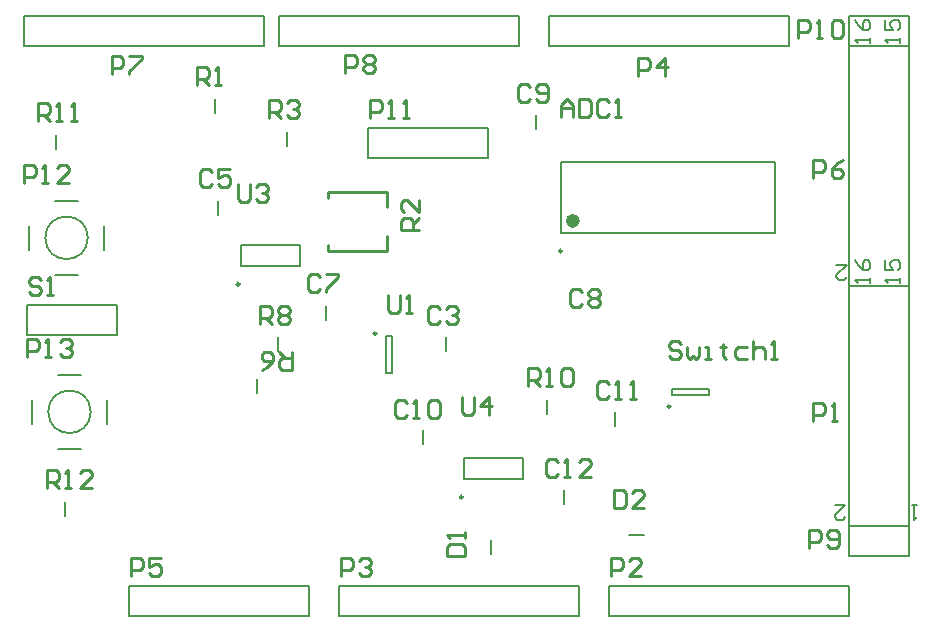
<source format=gto>
%FSLAX42Y42*%
%MOMM*%
G71*
G01*
G75*
%ADD10R,1.20X1.40*%
%ADD11O,0.60X2.20*%
%ADD12R,1.40X1.20*%
%ADD13R,1.10X0.65*%
%ADD14R,1.40X1.10*%
%ADD15O,0.60X2.30*%
%ADD16R,2.00X1.30*%
%ADD17R,2.00X2.00*%
%ADD18R,0.65X1.10*%
%ADD19C,0.25*%
%ADD20R,1.50X1.50*%
%ADD21C,1.50*%
%ADD22C,2.50*%
%ADD23R,1.50X1.50*%
%ADD24C,1.27*%
%ADD25C,0.25*%
%ADD26C,0.60*%
%ADD27C,0.20*%
%ADD28C,0.20*%
D19*
X4855Y3217D02*
X5355D01*
X4855Y3717D02*
X5355D01*
X4855Y3217D02*
Y3267D01*
Y3667D02*
Y3717D01*
X5355Y3217D02*
Y3342D01*
Y3592D02*
Y3717D01*
X6552Y2069D02*
Y2221D01*
X6628D01*
X6653Y2196D01*
Y2145D01*
X6628Y2120D01*
X6552D01*
X6603D02*
X6653Y2069D01*
X6704D02*
X6755D01*
X6730D01*
Y2221D01*
X6704Y2196D01*
X6831D02*
X6857Y2221D01*
X6907D01*
X6933Y2196D01*
Y2094D01*
X6907Y2069D01*
X6857D01*
X6831Y2094D01*
Y2196D01*
X5987Y1981D02*
Y1854D01*
X6012Y1829D01*
X6063D01*
X6088Y1854D01*
Y1981D01*
X6215Y1829D02*
Y1981D01*
X6139Y1905D01*
X6241D01*
X5524Y1930D02*
X5499Y1956D01*
X5448D01*
X5423Y1930D01*
Y1829D01*
X5448Y1803D01*
X5499D01*
X5524Y1829D01*
X5575Y1803D02*
X5626D01*
X5601D01*
Y1956D01*
X5575Y1930D01*
X5702D02*
X5728Y1956D01*
X5778D01*
X5804Y1930D01*
Y1829D01*
X5778Y1803D01*
X5728D01*
X5702Y1829D01*
Y1930D01*
X2475Y1205D02*
Y1358D01*
X2551D01*
X2577Y1332D01*
Y1281D01*
X2551Y1256D01*
X2475D01*
X2526D02*
X2577Y1205D01*
X2628D02*
X2678D01*
X2653D01*
Y1358D01*
X2628Y1332D01*
X2856Y1205D02*
X2755D01*
X2856Y1307D01*
Y1332D01*
X2831Y1358D01*
X2780D01*
X2755Y1332D01*
X2399Y4317D02*
Y4469D01*
X2475D01*
X2501Y4444D01*
Y4393D01*
X2475Y4368D01*
X2399D01*
X2450D02*
X2501Y4317D01*
X2551D02*
X2602D01*
X2577D01*
Y4469D01*
X2551Y4444D01*
X2678Y4317D02*
X2729D01*
X2704D01*
Y4469D01*
X2678Y4444D01*
X7277Y1194D02*
Y1041D01*
X7353D01*
X7379Y1067D01*
Y1168D01*
X7353Y1194D01*
X7277D01*
X7531Y1041D02*
X7429D01*
X7531Y1143D01*
Y1168D01*
X7506Y1194D01*
X7455D01*
X7429Y1168D01*
X5867Y635D02*
X6020D01*
Y711D01*
X5994Y737D01*
X5893D01*
X5867Y711D01*
Y635D01*
X6020Y787D02*
Y838D01*
Y813D01*
X5867D01*
X5893Y787D01*
X4094Y3785D02*
Y3658D01*
X4120Y3632D01*
X4171D01*
X4196Y3658D01*
Y3785D01*
X4247Y3759D02*
X4272Y3785D01*
X4323D01*
X4348Y3759D01*
Y3734D01*
X4323Y3708D01*
X4298D01*
X4323D01*
X4348Y3683D01*
Y3658D01*
X4323Y3632D01*
X4272D01*
X4247Y3658D01*
X4785Y2995D02*
X4760Y3020D01*
X4709D01*
X4684Y2995D01*
Y2893D01*
X4709Y2868D01*
X4760D01*
X4785Y2893D01*
X4836Y3020D02*
X4938D01*
Y2995D01*
X4836Y2893D01*
Y2868D01*
X2281Y3790D02*
Y3942D01*
X2357D01*
X2382Y3917D01*
Y3866D01*
X2357Y3840D01*
X2281D01*
X2433Y3790D02*
X2484D01*
X2459D01*
Y3942D01*
X2433Y3917D01*
X2662Y3790D02*
X2560D01*
X2662Y3891D01*
Y3917D01*
X2636Y3942D01*
X2586D01*
X2560Y3917D01*
X5362Y2845D02*
Y2718D01*
X5387Y2692D01*
X5438D01*
X5463Y2718D01*
Y2845D01*
X5514Y2692D02*
X5565D01*
X5539D01*
Y2845D01*
X5514Y2819D01*
X5626Y3391D02*
X5474D01*
Y3467D01*
X5499Y3492D01*
X5550D01*
X5575Y3467D01*
Y3391D01*
Y3442D02*
X5626Y3492D01*
Y3645D02*
Y3543D01*
X5525Y3645D01*
X5499D01*
X5474Y3619D01*
Y3569D01*
X5499Y3543D01*
X4354Y4341D02*
Y4493D01*
X4430D01*
X4455Y4468D01*
Y4417D01*
X4430Y4392D01*
X4354D01*
X4404D02*
X4455Y4341D01*
X4506Y4468D02*
X4531Y4493D01*
X4582D01*
X4607Y4468D01*
Y4442D01*
X4582Y4417D01*
X4557D01*
X4582D01*
X4607Y4392D01*
Y4366D01*
X4582Y4341D01*
X4531D01*
X4506Y4366D01*
X3744Y4620D02*
Y4773D01*
X3820D01*
X3846Y4747D01*
Y4696D01*
X3820Y4671D01*
X3744D01*
X3795D02*
X3846Y4620D01*
X3896D02*
X3947D01*
X3922D01*
Y4773D01*
X3896Y4747D01*
X4547Y2362D02*
Y2210D01*
X4470D01*
X4445Y2235D01*
Y2286D01*
X4470Y2311D01*
X4547D01*
X4496D02*
X4445Y2362D01*
X4293Y2210D02*
X4343Y2235D01*
X4394Y2286D01*
Y2337D01*
X4369Y2362D01*
X4318D01*
X4293Y2337D01*
Y2311D01*
X4318Y2286D01*
X4394D01*
X6825Y4346D02*
Y4448D01*
X6876Y4498D01*
X6927Y4448D01*
Y4346D01*
Y4422D01*
X6825D01*
X6977Y4498D02*
Y4346D01*
X7054D01*
X7079Y4371D01*
Y4473D01*
X7054Y4498D01*
X6977D01*
X7231Y4473D02*
X7206Y4498D01*
X7155D01*
X7130Y4473D01*
Y4371D01*
X7155Y4346D01*
X7206D01*
X7231Y4371D01*
X7282Y4346D02*
X7333D01*
X7307D01*
Y4498D01*
X7282Y4473D01*
X5801Y2728D02*
X5776Y2753D01*
X5725D01*
X5700Y2728D01*
Y2626D01*
X5725Y2601D01*
X5776D01*
X5801Y2626D01*
X5852Y2728D02*
X5878Y2753D01*
X5928D01*
X5954Y2728D01*
Y2703D01*
X5928Y2677D01*
X5903D01*
X5928D01*
X5954Y2652D01*
Y2626D01*
X5928Y2601D01*
X5878D01*
X5852Y2626D01*
X3871Y3884D02*
X3846Y3909D01*
X3795D01*
X3769Y3884D01*
Y3782D01*
X3795Y3757D01*
X3846D01*
X3871Y3782D01*
X4023Y3909D02*
X3922D01*
Y3833D01*
X3972Y3858D01*
X3998D01*
X4023Y3833D01*
Y3782D01*
X3998Y3757D01*
X3947D01*
X3922Y3782D01*
X7010Y2870D02*
X6985Y2896D01*
X6934D01*
X6909Y2870D01*
Y2769D01*
X6934Y2743D01*
X6985D01*
X7010Y2769D01*
X7061Y2870D02*
X7087Y2896D01*
X7137D01*
X7163Y2870D01*
Y2845D01*
X7137Y2819D01*
X7163Y2794D01*
Y2769D01*
X7137Y2743D01*
X7087D01*
X7061Y2769D01*
Y2794D01*
X7087Y2819D01*
X7061Y2845D01*
Y2870D01*
X7087Y2819D02*
X7137D01*
X6563Y4608D02*
X6538Y4633D01*
X6487D01*
X6462Y4608D01*
Y4506D01*
X6487Y4481D01*
X6538D01*
X6563Y4506D01*
X6614D02*
X6640Y4481D01*
X6690D01*
X6716Y4506D01*
Y4608D01*
X6690Y4633D01*
X6640D01*
X6614Y4608D01*
Y4582D01*
X6640Y4557D01*
X6716D01*
X5210Y4341D02*
Y4493D01*
X5286D01*
X5311Y4468D01*
Y4417D01*
X5286Y4392D01*
X5210D01*
X5362Y4341D02*
X5413D01*
X5387D01*
Y4493D01*
X5362Y4468D01*
X5489Y4341D02*
X5540D01*
X5514D01*
Y4493D01*
X5489Y4468D01*
X7843Y2428D02*
X7818Y2454D01*
X7767D01*
X7742Y2428D01*
Y2403D01*
X7767Y2377D01*
X7818D01*
X7843Y2352D01*
Y2327D01*
X7818Y2301D01*
X7767D01*
X7742Y2327D01*
X7894Y2403D02*
Y2327D01*
X7920Y2301D01*
X7945Y2327D01*
X7970Y2301D01*
X7996Y2327D01*
Y2403D01*
X8047Y2301D02*
X8097D01*
X8072D01*
Y2403D01*
X8047D01*
X8199Y2428D02*
Y2403D01*
X8174D01*
X8224D01*
X8199D01*
Y2327D01*
X8224Y2301D01*
X8402Y2403D02*
X8326D01*
X8301Y2377D01*
Y2327D01*
X8326Y2301D01*
X8402D01*
X8453Y2454D02*
Y2301D01*
Y2377D01*
X8478Y2403D01*
X8529D01*
X8554Y2377D01*
Y2301D01*
X8605D02*
X8656D01*
X8631D01*
Y2454D01*
X8605Y2428D01*
X7254Y467D02*
Y620D01*
X7330D01*
X7356Y594D01*
Y544D01*
X7330Y518D01*
X7254D01*
X7508Y467D02*
X7407D01*
X7508Y569D01*
Y594D01*
X7483Y620D01*
X7432D01*
X7407Y594D01*
X4968Y467D02*
Y620D01*
X5044D01*
X5070Y594D01*
Y544D01*
X5044Y518D01*
X4968D01*
X5121Y594D02*
X5146Y620D01*
X5197D01*
X5222Y594D01*
Y569D01*
X5197Y544D01*
X5171D01*
X5197D01*
X5222Y518D01*
Y493D01*
X5197Y467D01*
X5146D01*
X5121Y493D01*
X7480Y4699D02*
Y4851D01*
X7556D01*
X7582Y4826D01*
Y4775D01*
X7556Y4750D01*
X7480D01*
X7709Y4699D02*
Y4851D01*
X7633Y4775D01*
X7734D01*
X5004Y4724D02*
Y4877D01*
X5080D01*
X5105Y4851D01*
Y4801D01*
X5080Y4775D01*
X5004D01*
X5156Y4851D02*
X5182Y4877D01*
X5232D01*
X5258Y4851D01*
Y4826D01*
X5232Y4801D01*
X5258Y4775D01*
Y4750D01*
X5232Y4724D01*
X5182D01*
X5156Y4750D01*
Y4775D01*
X5182Y4801D01*
X5156Y4826D01*
Y4851D01*
X5182Y4801D02*
X5232D01*
X3023Y4712D02*
Y4864D01*
X3099D01*
X3124Y4839D01*
Y4788D01*
X3099Y4762D01*
X3023D01*
X3175Y4864D02*
X3277D01*
Y4839D01*
X3175Y4737D01*
Y4712D01*
X3190Y467D02*
Y620D01*
X3266D01*
X3292Y594D01*
Y544D01*
X3266Y518D01*
X3190D01*
X3444Y620D02*
X3343D01*
Y544D01*
X3393Y569D01*
X3419D01*
X3444Y544D01*
Y493D01*
X3419Y467D01*
X3368D01*
X3343Y493D01*
X8928Y699D02*
Y851D01*
X9004D01*
X9030Y825D01*
Y775D01*
X9004Y749D01*
X8928D01*
X9080Y724D02*
X9106Y699D01*
X9157D01*
X9182Y724D01*
Y825D01*
X9157Y851D01*
X9106D01*
X9080Y825D01*
Y800D01*
X9106Y775D01*
X9182D01*
X8966Y1778D02*
Y1930D01*
X9042D01*
X9068Y1905D01*
Y1854D01*
X9042Y1829D01*
X8966D01*
X9119Y1778D02*
X9169D01*
X9144D01*
Y1930D01*
X9119Y1905D01*
X8966Y3835D02*
Y3988D01*
X9042D01*
X9068Y3962D01*
Y3912D01*
X9042Y3886D01*
X8966D01*
X9220Y3988D02*
X9169Y3962D01*
X9119Y3912D01*
Y3861D01*
X9144Y3835D01*
X9195D01*
X9220Y3861D01*
Y3886D01*
X9195Y3912D01*
X9119D01*
X8839Y5017D02*
Y5169D01*
X8915D01*
X8941Y5143D01*
Y5093D01*
X8915Y5067D01*
X8839D01*
X8992Y5017D02*
X9042D01*
X9017D01*
Y5169D01*
X8992Y5143D01*
X9119D02*
X9144Y5169D01*
X9195D01*
X9220Y5143D01*
Y5042D01*
X9195Y5017D01*
X9144D01*
X9119Y5042D01*
Y5143D01*
X7236Y2093D02*
X7211Y2118D01*
X7160D01*
X7135Y2093D01*
Y1991D01*
X7160Y1966D01*
X7211D01*
X7236Y1991D01*
X7287Y1966D02*
X7338D01*
X7313D01*
Y2118D01*
X7287Y2093D01*
X7414Y1966D02*
X7465D01*
X7440D01*
Y2118D01*
X7414Y2093D01*
X6805Y1433D02*
X6779Y1458D01*
X6728D01*
X6703Y1433D01*
Y1331D01*
X6728Y1306D01*
X6779D01*
X6805Y1331D01*
X6855Y1306D02*
X6906D01*
X6881D01*
Y1458D01*
X6855Y1433D01*
X7084Y1306D02*
X6982D01*
X7084Y1407D01*
Y1433D01*
X7059Y1458D01*
X7008D01*
X6982Y1433D01*
X2308Y2315D02*
Y2468D01*
X2384D01*
X2409Y2442D01*
Y2391D01*
X2384Y2366D01*
X2308D01*
X2460Y2315D02*
X2511D01*
X2485D01*
Y2468D01*
X2460Y2442D01*
X2587D02*
X2612Y2468D01*
X2663D01*
X2688Y2442D01*
Y2417D01*
X2663Y2391D01*
X2638D01*
X2663D01*
X2688Y2366D01*
Y2341D01*
X2663Y2315D01*
X2612D01*
X2587Y2341D01*
X4277Y2601D02*
Y2753D01*
X4354D01*
X4379Y2728D01*
Y2677D01*
X4354Y2652D01*
X4277D01*
X4328D02*
X4379Y2601D01*
X4430Y2728D02*
X4455Y2753D01*
X4506D01*
X4531Y2728D01*
Y2703D01*
X4506Y2677D01*
X4531Y2652D01*
Y2626D01*
X4506Y2601D01*
X4455D01*
X4430Y2626D01*
Y2652D01*
X4455Y2677D01*
X4430Y2703D01*
Y2728D01*
X4455Y2677D02*
X4506D01*
X2428Y2969D02*
X2403Y2995D01*
X2352D01*
X2327Y2969D01*
Y2944D01*
X2352Y2918D01*
X2403D01*
X2428Y2893D01*
Y2868D01*
X2403Y2842D01*
X2352D01*
X2327Y2868D01*
X2479Y2842D02*
X2530D01*
X2504D01*
Y2995D01*
X2479Y2969D01*
D25*
X5998Y1132D02*
G03*
X5998Y1132I-12J0D01*
G01*
X4106Y2935D02*
G03*
X4106Y2935I-12J0D01*
G01*
X5265Y2519D02*
G03*
X5265Y2519I-12J0D01*
G01*
X6836Y3215D02*
G03*
X6836Y3215I-12J0D01*
G01*
X7755Y1899D02*
G03*
X7755Y1899I-12J0D01*
G01*
D26*
X6959Y3470D02*
G03*
X6959Y3470I-30J0D01*
G01*
D27*
X2822Y3327D02*
G03*
X2822Y3327I-180J0D01*
G01*
X2847Y1854D02*
G03*
X2847Y1854I-180J0D01*
G01*
X6706Y1832D02*
Y1952D01*
X6011Y1282D02*
X6511D01*
X6011Y1462D02*
X6511D01*
X6011Y1282D02*
Y1462D01*
X6511Y1282D02*
Y1462D01*
X5664Y1578D02*
Y1698D01*
X2629Y969D02*
Y1089D01*
X2553Y4080D02*
Y4200D01*
X7408Y813D02*
X7528D01*
X6236Y651D02*
Y771D01*
X4119Y3085D02*
X4619D01*
X4119Y3265D02*
X4619D01*
X4119Y3085D02*
Y3265D01*
X4619Y3085D02*
Y3265D01*
X4839Y2632D02*
Y2752D01*
X2311Y2502D02*
X3073D01*
Y2756D01*
X2311D02*
X3073D01*
X2311Y2502D02*
Y2756D01*
X5397Y2182D02*
Y2492D01*
X5347Y2182D02*
Y2492D01*
Y2182D02*
X5397D01*
X5347Y2492D02*
X5397D01*
X5855Y2366D02*
Y2486D01*
X6617Y4245D02*
Y4365D01*
X6829Y3370D02*
X8639D01*
X6829Y3970D02*
X8639D01*
X6829Y3370D02*
Y3970D01*
X8639Y3370D02*
Y3970D01*
X4254Y2010D02*
Y2130D01*
X2542Y3642D02*
X2742D01*
X2957Y3227D02*
Y3427D01*
X2542Y3012D02*
X2742D01*
X2327Y3227D02*
Y3427D01*
X3899Y4385D02*
Y4505D01*
X4508Y4106D02*
Y4226D01*
X6210Y4001D02*
Y4254D01*
X5194Y4001D02*
X6210D01*
X5194Y4254D02*
X6210D01*
X5194Y4001D02*
Y4254D01*
X7770Y1994D02*
Y2044D01*
X8080Y1994D02*
Y2044D01*
X7770Y1994D02*
X8080D01*
X7770Y2044D02*
X8080D01*
X3924Y3521D02*
Y3641D01*
X7239Y381D02*
X9271D01*
X7239Y127D02*
Y381D01*
Y127D02*
X9271D01*
Y381D01*
X4953D02*
X6985D01*
X4953Y127D02*
Y381D01*
Y127D02*
X6985D01*
Y381D01*
X3175Y127D02*
X4699D01*
X3175Y381D02*
X4699D01*
X3175Y127D02*
Y381D01*
X4699Y127D02*
Y381D01*
X9271Y889D02*
X9779D01*
X9271Y635D02*
Y889D01*
Y635D02*
X9779D01*
Y889D01*
X9271D02*
Y2921D01*
X9779Y889D02*
Y2921D01*
X9271Y889D02*
X9779D01*
X9271Y2921D02*
X9779D01*
X9271D02*
Y4953D01*
X9779Y2921D02*
Y4953D01*
X9271Y2921D02*
X9779D01*
X9271Y4953D02*
X9779D01*
X9271Y5207D02*
X9779D01*
X9271Y4953D02*
Y5207D01*
Y4953D02*
X9779D01*
Y5207D01*
X2286D02*
X4318D01*
X2286Y4953D02*
Y5207D01*
Y4953D02*
X4318D01*
Y5207D01*
X4445D02*
X6477D01*
X4445Y4953D02*
Y5207D01*
Y4953D02*
X6477D01*
Y5207D01*
X6731D02*
X8763D01*
X6731Y4953D02*
Y5207D01*
Y4953D02*
X8763D01*
Y5207D01*
X2352Y1754D02*
Y1954D01*
X2567Y1539D02*
X2767D01*
X2982Y1754D02*
Y1954D01*
X2567Y2169D02*
X2767D01*
X6858Y1070D02*
Y1190D01*
X7290Y1731D02*
Y1851D01*
X4432Y2366D02*
Y2486D01*
D28*
X9449Y2946D02*
Y2989D01*
Y2968D01*
X9322D01*
X9343Y2946D01*
X9322Y3137D02*
X9343Y3095D01*
X9385Y3052D01*
X9428D01*
X9449Y3073D01*
Y3116D01*
X9428Y3137D01*
X9406D01*
X9385Y3116D01*
Y3052D01*
X9703Y2946D02*
Y2989D01*
Y2968D01*
X9576D01*
X9597Y2946D01*
X9576Y3137D02*
Y3052D01*
X9639D01*
X9618Y3095D01*
Y3116D01*
X9639Y3137D01*
X9682D01*
X9703Y3116D01*
Y3073D01*
X9682Y3052D01*
X9843Y1067D02*
X9800D01*
X9821D01*
Y940D01*
X9843Y961D01*
X9148Y1067D02*
X9233D01*
X9148Y982D01*
Y961D01*
X9169Y940D01*
X9212D01*
X9233Y961D01*
X9449Y4978D02*
Y5021D01*
Y5000D01*
X9322D01*
X9343Y4978D01*
X9322Y5169D02*
X9343Y5127D01*
X9385Y5084D01*
X9428D01*
X9449Y5105D01*
Y5148D01*
X9428Y5169D01*
X9406D01*
X9385Y5148D01*
Y5084D01*
X9703Y4978D02*
Y5021D01*
Y5000D01*
X9576D01*
X9597Y4978D01*
X9576Y5169D02*
Y5084D01*
X9639D01*
X9618Y5127D01*
Y5148D01*
X9639Y5169D01*
X9682D01*
X9703Y5148D01*
Y5105D01*
X9682Y5084D01*
X9161Y3099D02*
X9246D01*
X9161Y3014D01*
Y2993D01*
X9182Y2972D01*
X9224D01*
X9246Y2993D01*
M02*

</source>
